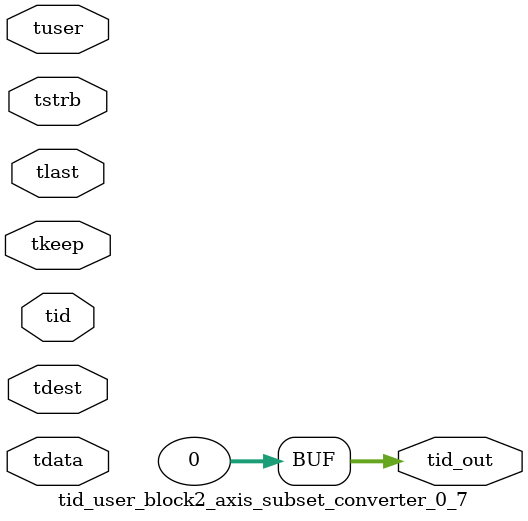
<source format=v>


`timescale 1ps/1ps

module tid_user_block2_axis_subset_converter_0_7 #
(
parameter C_S_AXIS_TID_WIDTH   = 1,
parameter C_S_AXIS_TUSER_WIDTH = 0,
parameter C_S_AXIS_TDATA_WIDTH = 0,
parameter C_S_AXIS_TDEST_WIDTH = 0,
parameter C_M_AXIS_TID_WIDTH   = 32
)
(
input  [(C_S_AXIS_TID_WIDTH   == 0 ? 1 : C_S_AXIS_TID_WIDTH)-1:0       ] tid,
input  [(C_S_AXIS_TDATA_WIDTH == 0 ? 1 : C_S_AXIS_TDATA_WIDTH)-1:0     ] tdata,
input  [(C_S_AXIS_TUSER_WIDTH == 0 ? 1 : C_S_AXIS_TUSER_WIDTH)-1:0     ] tuser,
input  [(C_S_AXIS_TDEST_WIDTH == 0 ? 1 : C_S_AXIS_TDEST_WIDTH)-1:0     ] tdest,
input  [(C_S_AXIS_TDATA_WIDTH/8)-1:0 ] tkeep,
input  [(C_S_AXIS_TDATA_WIDTH/8)-1:0 ] tstrb,
input                                                                    tlast,
output [(C_M_AXIS_TID_WIDTH   == 0 ? 1 : C_M_AXIS_TID_WIDTH)-1:0       ] tid_out
);

assign tid_out = {1'b0};

endmodule


</source>
